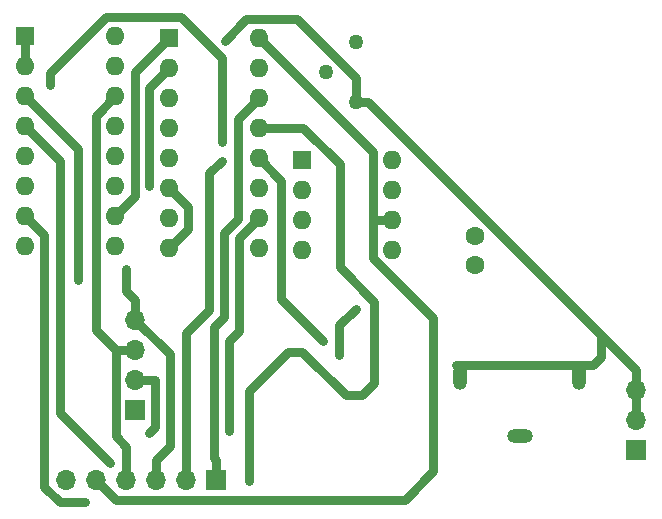
<source format=gbr>
G04 #@! TF.GenerationSoftware,KiCad,Pcbnew,7.0.6*
G04 #@! TF.CreationDate,2023-11-13T13:07:56+01:00*
G04 #@! TF.ProjectId,SN76849 Arduino nano shield,534e3736-3834-4392-9041-726475696e6f,20180905 0.7.06*
G04 #@! TF.SameCoordinates,Original*
G04 #@! TF.FileFunction,Copper,L2,Bot*
G04 #@! TF.FilePolarity,Positive*
%FSLAX46Y46*%
G04 Gerber Fmt 4.6, Leading zero omitted, Abs format (unit mm)*
G04 Created by KiCad (PCBNEW 7.0.6) date 2023-11-13 13:07:56*
%MOMM*%
%LPD*%
G01*
G04 APERTURE LIST*
G04 #@! TA.AperFunction,ComponentPad*
%ADD10O,1.200000X2.200000*%
G04 #@! TD*
G04 #@! TA.AperFunction,ComponentPad*
%ADD11O,2.200000X1.200000*%
G04 #@! TD*
G04 #@! TA.AperFunction,ComponentPad*
%ADD12R,1.600000X1.600000*%
G04 #@! TD*
G04 #@! TA.AperFunction,ComponentPad*
%ADD13O,1.600000X1.600000*%
G04 #@! TD*
G04 #@! TA.AperFunction,ComponentPad*
%ADD14R,1.700000X1.700000*%
G04 #@! TD*
G04 #@! TA.AperFunction,ComponentPad*
%ADD15O,1.700000X1.700000*%
G04 #@! TD*
G04 #@! TA.AperFunction,ComponentPad*
%ADD16C,1.260000*%
G04 #@! TD*
G04 #@! TA.AperFunction,ComponentPad*
%ADD17C,1.600000*%
G04 #@! TD*
G04 #@! TA.AperFunction,ViaPad*
%ADD18C,0.600000*%
G04 #@! TD*
G04 #@! TA.AperFunction,Conductor*
%ADD19C,0.750000*%
G04 #@! TD*
G04 APERTURE END LIST*
D10*
X65700000Y-52400000D03*
D11*
X70700000Y-57400000D03*
D10*
X75700000Y-52400000D03*
D12*
X52300000Y-34000000D03*
D13*
X52300000Y-36540000D03*
X52300000Y-39080000D03*
X52300000Y-41620000D03*
X59920000Y-41620000D03*
X59920000Y-39080000D03*
X59920000Y-36540000D03*
X59920000Y-34000000D03*
D14*
X80600000Y-58600000D03*
D15*
X80600000Y-56060000D03*
X80600000Y-53520000D03*
D16*
X56840000Y-29140000D03*
X54300000Y-26600000D03*
X56840000Y-24060000D03*
D17*
X66900000Y-40450000D03*
X66900000Y-42950000D03*
D14*
X45020000Y-61100000D03*
D15*
X42480000Y-61100000D03*
X39940000Y-61100000D03*
X37400000Y-61100000D03*
X34860000Y-61100000D03*
X32320000Y-61100000D03*
D12*
X28850000Y-23550000D03*
D13*
X28850000Y-26090000D03*
X28850000Y-28630000D03*
X28850000Y-31170000D03*
X28850000Y-33710000D03*
X28850000Y-36250000D03*
X28850000Y-38790000D03*
X28850000Y-41330000D03*
X36470000Y-41330000D03*
X36470000Y-38790000D03*
X36470000Y-36250000D03*
X36470000Y-33710000D03*
X36470000Y-31170000D03*
X36470000Y-28630000D03*
X36470000Y-26090000D03*
X36470000Y-23550000D03*
D12*
X41000000Y-23720000D03*
D13*
X41000000Y-26260000D03*
X41000000Y-28800000D03*
X41000000Y-31340000D03*
X41000000Y-33880000D03*
X41000000Y-36420000D03*
X41000000Y-38960000D03*
X41000000Y-41500000D03*
X48620000Y-41500000D03*
X48620000Y-38960000D03*
X48620000Y-36420000D03*
X48620000Y-33880000D03*
X48620000Y-31340000D03*
X48620000Y-28800000D03*
X48620000Y-26260000D03*
X48620000Y-23720000D03*
D14*
X38175000Y-55200000D03*
D15*
X38175000Y-52660000D03*
X38175000Y-50120000D03*
X38175000Y-47580000D03*
D18*
X45732600Y-23943000D03*
X33338800Y-44200800D03*
X39360700Y-57169900D03*
X37407200Y-43222900D03*
X31794500Y-35672800D03*
X46066300Y-56958300D03*
X36036700Y-59724300D03*
X45510000Y-32518000D03*
X30975000Y-27716200D03*
X54091800Y-49368500D03*
X33928800Y-63008500D03*
X47764900Y-61243100D03*
X56849800Y-46612400D03*
X55458600Y-50570400D03*
X39349900Y-36250000D03*
X45494600Y-34126900D03*
D19*
X76909746Y-51375000D02*
X65300000Y-51375000D01*
X77581350Y-50703396D02*
X76909746Y-51375000D01*
X77581350Y-48818650D02*
X80600000Y-51837300D01*
X77581350Y-48818650D02*
X77581350Y-50703396D01*
X77131350Y-48368650D02*
X77581350Y-48818650D01*
X76681350Y-47918650D02*
X77131350Y-48368650D01*
X57902700Y-29140000D02*
X76681350Y-47918650D01*
X47582500Y-22093100D02*
X45732600Y-23943000D01*
X56840000Y-29140000D02*
X56840000Y-27072700D01*
X56840000Y-29140000D02*
X57902700Y-29140000D01*
X80600000Y-51837300D02*
X80600000Y-53520000D01*
X80600000Y-56060000D02*
X80600000Y-53520000D01*
X56840000Y-27072700D02*
X51860400Y-22093100D01*
X51860400Y-22093100D02*
X47582500Y-22093100D01*
X33338800Y-33118800D02*
X28850000Y-28630000D01*
X33338800Y-44200800D02*
X33338800Y-33118800D01*
X42626900Y-39873100D02*
X42626900Y-38046900D01*
X41000000Y-41500000D02*
X42626900Y-39873100D01*
X42626900Y-38046900D02*
X41000000Y-36420000D01*
X28850000Y-26090000D02*
X28850000Y-23550000D01*
X39851900Y-56678700D02*
X39360700Y-57169900D01*
X38175000Y-52660000D02*
X39851900Y-52660000D01*
X58293100Y-33393100D02*
X58293100Y-39078500D01*
X58293100Y-39081500D02*
X58294600Y-39080000D01*
X48620000Y-23720000D02*
X58293100Y-33393100D01*
X34860000Y-61100000D02*
X36547400Y-62787400D01*
X39851900Y-52660000D02*
X39851900Y-56678700D01*
X59374900Y-39080000D02*
X58294600Y-39080000D01*
X63378200Y-47379000D02*
X58293100Y-42293900D01*
X58293100Y-42293900D02*
X58293100Y-39081500D01*
X60991500Y-62787400D02*
X63378200Y-60400700D01*
X59374900Y-39080000D02*
X59920000Y-39080000D01*
X58293100Y-39078500D02*
X58294600Y-39080000D01*
X36547400Y-62787400D02*
X60991500Y-62787400D01*
X63378200Y-60400700D02*
X63378200Y-47379000D01*
X34831600Y-48453500D02*
X34831600Y-30268400D01*
X37400000Y-58329500D02*
X37400000Y-61100000D01*
X36498100Y-50120000D02*
X36498100Y-57427600D01*
X34831600Y-30268400D02*
X36470000Y-28630000D01*
X36498100Y-50120000D02*
X34831600Y-48453500D01*
X36498100Y-57427600D02*
X37400000Y-58329500D01*
X38175000Y-50120000D02*
X36498100Y-50120000D01*
X37407200Y-45135300D02*
X37407200Y-43222900D01*
X38175000Y-47580000D02*
X38175000Y-45903100D01*
X38175000Y-45903100D02*
X37407200Y-45135300D01*
X41073100Y-58290000D02*
X41073100Y-50478100D01*
X39940000Y-59423100D02*
X41073100Y-58290000D01*
X39940000Y-61100000D02*
X39940000Y-59423100D01*
X41073100Y-50478100D02*
X38175000Y-47580000D01*
X31794500Y-34114500D02*
X28850000Y-31170000D01*
X46066300Y-49353200D02*
X46922500Y-48497000D01*
X31794500Y-35672800D02*
X31794500Y-34114500D01*
X31794500Y-55482100D02*
X31794500Y-35672800D01*
X46922500Y-40657500D02*
X48620000Y-38960000D01*
X46066300Y-56958300D02*
X46066300Y-49353200D01*
X46922500Y-48497000D02*
X46922500Y-40657500D01*
X36036700Y-59724300D02*
X31794500Y-55482100D01*
X30975000Y-27716200D02*
X30975000Y-26671700D01*
X35724600Y-21922100D02*
X42011900Y-21922100D01*
X42011900Y-21922100D02*
X45510000Y-25420200D01*
X30975000Y-26671700D02*
X35724600Y-21922100D01*
X45510000Y-25420200D02*
X45510000Y-32518000D01*
X50520000Y-35780000D02*
X48620000Y-33880000D01*
X50520000Y-45796700D02*
X50520000Y-35780000D01*
X54091800Y-49368500D02*
X50520000Y-45796700D01*
X31755600Y-63008500D02*
X33928800Y-63008500D01*
X55460300Y-34390900D02*
X52409400Y-31340000D01*
X52409400Y-31340000D02*
X48620000Y-31340000D01*
X57351200Y-53936000D02*
X58400100Y-52887100D01*
X51066500Y-50257700D02*
X52324900Y-50257700D01*
X47764900Y-53559300D02*
X51066500Y-50257700D01*
X28850000Y-38790000D02*
X30482000Y-40422000D01*
X58400100Y-46037100D02*
X55460300Y-43097300D01*
X55460300Y-43097300D02*
X55460300Y-34390900D01*
X30482000Y-61734900D02*
X31755600Y-63008500D01*
X30482000Y-40422000D02*
X30482000Y-61734900D01*
X58400100Y-52887100D02*
X58400100Y-46037100D01*
X47764900Y-61243100D02*
X47764900Y-53559300D01*
X52324900Y-50257700D02*
X56003200Y-53936000D01*
X56003200Y-53936000D02*
X57351200Y-53936000D01*
X55458600Y-48003600D02*
X56849800Y-46612400D01*
X55458600Y-50570400D02*
X55458600Y-48003600D01*
X38148000Y-26572000D02*
X38148000Y-37112000D01*
X41000000Y-23720000D02*
X38148000Y-26572000D01*
X38148000Y-37112000D02*
X36470000Y-38790000D01*
X41000000Y-26260000D02*
X39349900Y-27910100D01*
X39349900Y-27910100D02*
X39349900Y-36250000D01*
X45494600Y-34126900D02*
X44446800Y-35174700D01*
X42480000Y-48691400D02*
X42480000Y-61100000D01*
X44446800Y-35174700D02*
X44446800Y-46724600D01*
X44446800Y-46724600D02*
X42480000Y-48691400D01*
X48620000Y-28800000D02*
X46852100Y-30567900D01*
X44850900Y-59254000D02*
X45020000Y-59423100D01*
X45648800Y-47365600D02*
X44850900Y-48163500D01*
X45020000Y-61100000D02*
X45020000Y-59423100D01*
X46852100Y-30567900D02*
X46852100Y-39021300D01*
X45648800Y-40224600D02*
X45648800Y-47365600D01*
X44850900Y-48163500D02*
X44850900Y-59254000D01*
X46852100Y-39021300D02*
X45648800Y-40224600D01*
M02*

</source>
